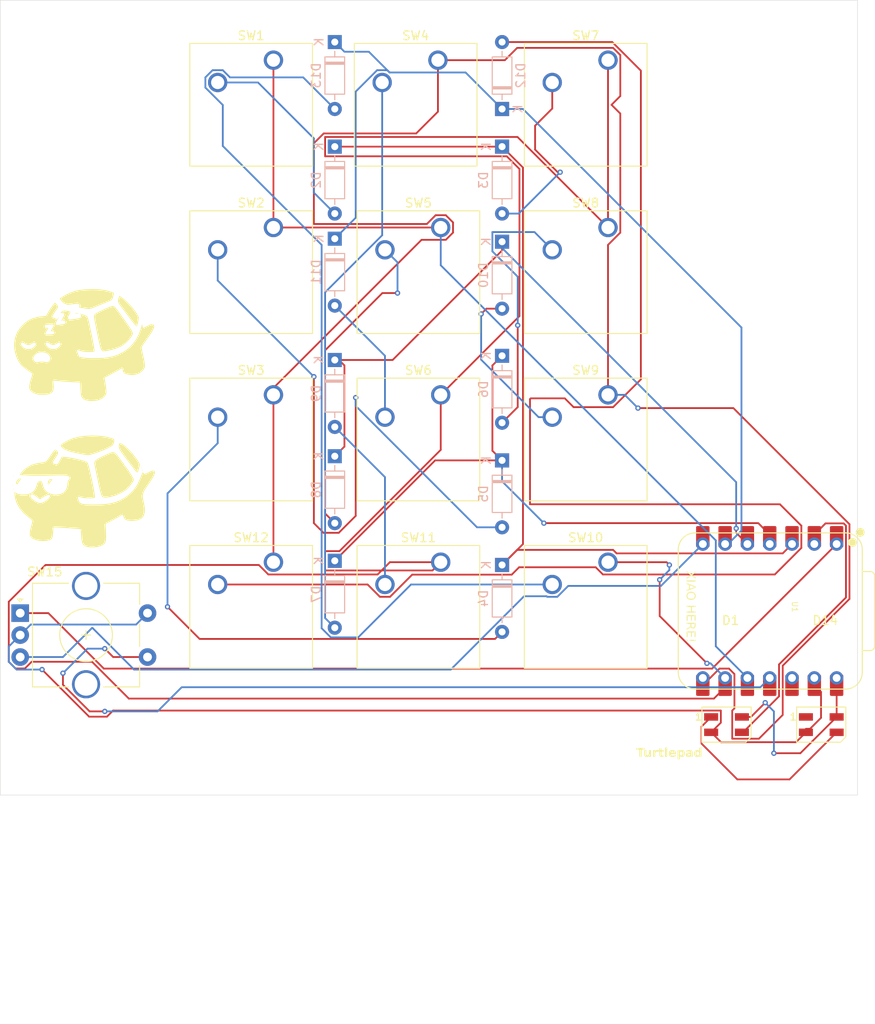
<source format=kicad_pcb>
(kicad_pcb (version 20240108) (generator "pcbnew") (generator_version "8.0")
  (layers (0 "F.Cu" signal) (31 "B.Cu" signal) (34 "B.Paste" user) (35 "F.Paste" user) (36 "B.SilkS" user "B.Silkscreen") (37 "F.SilkS" user "F.Silkscreen") (38 "B.Mask" user) (39 "F.Mask" user) (44 "Edge.Cuts" user))
  (net 0 "")
  (net 1 "Net-(D1-DOUT)")
  (net 2 "+5V")
  (net 3 "Net-(D1-DIN)")
  (net 4 "Net-(D2-K)")
  (net 5 "Net-(D2-A)")
  (net 6 "Net-(D3-A)")
  (net 7 "Net-(D4-A)")
  (net 8 "Net-(D5-A)")
  (net 9 "Net-(D5-K)")
  (net 10 "Net-(D6-A)")
  (net 11 "Net-(D7-A)")
  (net 12 "Net-(D8-A)")
  (net 13 "Net-(D10-K)")
  (net 14 "Net-(D9-A)")
  (net 15 "Net-(D10-A)")
  (net 16 "Net-(D11-A)")
  (net 17 "Net-(D11-K)")
  (net 18 "Net-(D12-A)")
  (net 19 "Net-(D13-A)")
  (net 21 "Net-(U1-GPIO4{slash}MISO)")
  (net 22 "Net-(U1-GPIO1{slash}RX)")
  (net 23 "Net-(U1-GPIO2{slash}SCK)")
  (net 24 "Net-(U1-GPIO26{slash}ADC0{slash}A0)")
  (net 25 "Net-(U1-GPIO3{slash}MOSI)")
  (net 26 "Net-(U1-GPIO0{slash}TX)")
  (net 28 "GND")
  (footprint "Button_Switch_Keyboard:SW_Cherry_MX_1.00u_PCB" (layer "F.Cu") (at 131.1275 68.73875)
    (property "Reference" "SW8" (at -2.54 -2.794 0) (layer "F.SilkS"))
    (property "Value" "SW_Push")
    (pad "" np_thru_hole circle (at -7.62 5.08) (size 1.7 1.7) (drill 1.7) (layers "*.Cu" "*.Mask"))
    (pad "" np_thru_hole circle (at -2.54 5.08) (size 4 4) (drill 4) (layers "*.Cu" "*.Mask"))
    (pad "" np_thru_hole circle (at 2.54 5.08) (size 1.7 1.7) (drill 1.7) (layers "*.Cu" "*.Mask"))
    (pad "1" thru_hole circle (at 0 0) (size 2.2 2.2) (drill 1.5) (layers "*.Cu" "*.Mask") (net 23 "Net-(U1-GPIO2{slash}SCK)"))
    (pad "2" thru_hole circle (at -6.35 2.54) (size 2.2 2.2) (drill 1.5) (layers "*.Cu" "*.Mask") (net 10 "Net-(D6-A)"))
  )
  (footprint "LED_SMD:LED_SK6812MINI_PLCC4_3.5x3.5mm_P1.75mm" (layer "F.Cu") (at 155.4125 125.33125)
    (property "Reference" "D14" (at 0.455 -11.8615 0) (layer "F.SilkS"))
    (property "Value" "SK6812MINI")
    (fp_text user "1" (at -3.2 -0.875 0) (layer "F.SilkS") (effects (font (size 0.8 0.8))))
    (pad "1" smd rect (at -1.75 -0.875) (size 1.6 0.85) (layers "F.Cu" "F.Paste" "F.Mask"))
    (pad "2" smd rect (at -1.75 0.875) (size 1.6 0.85) (layers "F.Cu" "F.Paste" "F.Mask") (net 28 "GND"))
    (pad "3" smd rect (at 1.75 0.875) (size 1.6 0.85) (layers "F.Cu" "F.Paste" "F.Mask") (net 1 "Net-(D1-DOUT)"))
    (pad "4" smd rect (at 1.75 -0.875) (size 1.6 0.85) (layers "F.Cu" "F.Paste" "F.Mask") (net 2 "+5V"))
  )
  (footprint "Button_Switch_Keyboard:SW_Cherry_MX_1.00u_PCB" (layer "F.Cu") (at 93.0275 87.78875)
    (property "Reference" "SW3" (at -2.54 -2.794 0) (layer "F.SilkS"))
    (property "Value" "SW_Push")
    (pad "" np_thru_hole circle (at -7.62 5.08) (size 1.7 1.7) (drill 1.7) (layers "*.Cu" "*.Mask"))
    (pad "" np_thru_hole circle (at -2.54 5.08) (size 4 4) (drill 4) (layers "*.Cu" "*.Mask"))
    (pad "" np_thru_hole circle (at 2.54 5.08) (size 1.7 1.7) (drill 1.7) (layers "*.Cu" "*.Mask"))
    (pad "1" thru_hole circle (at 0 0) (size 2.2 2.2) (drill 1.5) (layers "*.Cu" "*.Mask") (net 22 "Net-(U1-GPIO1{slash}RX)"))
    (pad "2" thru_hole circle (at -6.35 2.54) (size 2.2 2.2) (drill 1.5) (layers "*.Cu" "*.Mask") (net 7 "Net-(D4-A)"))
  )
  (footprint "Button_Switch_Keyboard:SW_Cherry_MX_1.00u_PCB" (layer "F.Cu") (at 93.0275 106.83875)
    (property "Reference" "SW12" (at -2.54 -2.794 0) (layer "F.SilkS"))
    (property "Value" "SW_Push")
    (pad "" np_thru_hole circle (at -7.62 5.08) (size 1.7 1.7) (drill 1.7) (layers "*.Cu" "*.Mask"))
    (pad "" np_thru_hole circle (at -2.54 5.08) (size 4 4) (drill 4) (layers "*.Cu" "*.Mask"))
    (pad "" np_thru_hole circle (at 2.54 5.08) (size 1.7 1.7) (drill 1.7) (layers "*.Cu" "*.Mask"))
    (pad "1" thru_hole circle (at 0 0) (size 2.2 2.2) (drill 1.5) (layers "*.Cu" "*.Mask") (net 22 "Net-(U1-GPIO1{slash}RX)"))
    (pad "2" thru_hole circle (at -6.35 2.54) (size 2.2 2.2) (drill 1.5) (layers "*.Cu" "*.Mask") (net 18 "Net-(D12-A)"))
  )
  (footprint "Button_Switch_Keyboard:SW_Cherry_MX_1.00u_PCB" (layer "F.Cu") (at 131.1275 106.83875)
    (property "Reference" "SW10" (at -2.54 -2.794 0) (layer "F.SilkS"))
    (property "Value" "SW_Push")
    (pad "" np_thru_hole circle (at -7.62 5.08) (size 1.7 1.7) (drill 1.7) (layers "*.Cu" "*.Mask"))
    (pad "" np_thru_hole circle (at -2.54 5.08) (size 4 4) (drill 4) (layers "*.Cu" "*.Mask"))
    (pad "" np_thru_hole circle (at 2.54 5.08) (size 1.7 1.7) (drill 1.7) (layers "*.Cu" "*.Mask"))
    (pad "1" thru_hole circle (at 0 0) (size 2.2 2.2) (drill 1.5) (layers "*.Cu" "*.Mask") (net 23 "Net-(U1-GPIO2{slash}SCK)"))
    (pad "2" thru_hole circle (at -6.35 2.54) (size 2.2 2.2) (drill 1.5) (layers "*.Cu" "*.Mask") (net 19 "Net-(D13-A)"))
  )
  (footprint "Button_Switch_Keyboard:SW_Cherry_MX_1.00u_PCB" (layer "F.Cu") (at 131.1275 49.68875)
    (property "Reference" "SW7" (at -2.54 -2.794 0) (layer "F.SilkS"))
    (property "Value" "SW_Push")
    (pad "" np_thru_hole circle (at -7.62 5.08) (size 1.7 1.7) (drill 1.7) (layers "*.Cu" "*.Mask"))
    (pad "" np_thru_hole circle (at -2.54 5.08) (size 4 4) (drill 4) (layers "*.Cu" "*.Mask"))
    (pad "" np_thru_hole circle (at 2.54 5.08) (size 1.7 1.7) (drill 1.7) (layers "*.Cu" "*.Mask"))
    (pad "1" thru_hole circle (at 0 0) (size 2.2 2.2) (drill 1.5) (layers "*.Cu" "*.Mask") (net 23 "Net-(U1-GPIO2{slash}SCK)"))
    (pad "2" thru_hole circle (at -6.35 2.54) (size 2.2 2.2) (drill 1.5) (layers "*.Cu" "*.Mask") (net 6 "Net-(D3-A)"))
  )
  (footprint "Button_Switch_Keyboard:SW_Cherry_MX_1.00u_PCB" (layer "F.Cu") (at 112.0775 68.73875)
    (property "Reference" "SW5" (at -2.54 -2.794 0) (layer "F.SilkS"))
    (property "Value" "SW_Push")
    (pad "" np_thru_hole circle (at -7.62 5.08) (size 1.7 1.7) (drill 1.7) (layers "*.Cu" "*.Mask"))
    (pad "" np_thru_hole circle (at -2.54 5.08) (size 4 4) (drill 4) (layers "*.Cu" "*.Mask"))
    (pad "" np_thru_hole circle (at 2.54 5.08) (size 1.7 1.7) (drill 1.7) (layers "*.Cu" "*.Mask"))
    (pad "1" thru_hole circle (at 0 0) (size 2.2 2.2) (drill 1.5) (layers "*.Cu" "*.Mask") (net 21 "Net-(U1-GPIO4{slash}MISO)"))
    (pad "2" thru_hole circle (at -6.35 2.54) (size 2.2 2.2) (drill 1.5) (layers "*.Cu" "*.Mask") (net 12 "Net-(D8-A)"))
  )
  (footprint "LOGO" (layer "F.Cu") (at 71.4375 97.63125)
    (property "Reference" "G***" (hide yes))
    (property "Value" "LOGO" (hide yes))
  )
  (footprint "tlibfootprint:XIAO-RP2040-DIP" (layer "F.Cu") (at 149.5425 112.395 -90)
    (property "Reference" "U1" (at -0.47625 -2.8575 -90) (layer "F.SilkS") (effects (font (size 0.635 0.635) (thickness 0.1016))))
    (property "Value" "XIAO-RP2040-DIP")
    (pad "1" smd roundrect (at -8.455 -7.62 90) (size 2.432 1.524) (layers "F.Cu" "F.Mask") (roundrect_rratio 0.1) (net 24 "Net-(U1-GPIO26{slash}ADC0{slash}A0)"))
    (pad "1" thru_hole circle (at -7.62 -7.62 90) (size 1.524 1.524) (drill 0.889) (layers "*.Cu" "*.Mask") (net 24 "Net-(U1-GPIO26{slash}ADC0{slash}A0)"))
    (pad "2" smd roundrect (at -8.455 -5.08 90) (size 2.432 1.524) (layers "F.Cu" "F.Mask") (roundrect_rratio 0.1) (net 3 "Net-(D1-DIN)"))
    (pad "2" thru_hole circle (at -7.62 -5.08 90) (size 1.524 1.524) (drill 0.889) (layers "*.Cu" "*.Mask") (net 3 "Net-(D1-DIN)"))
    (pad "3" smd roundrect (at -8.455 -2.54 90) (size 2.432 1.524) (layers "F.Cu" "F.Mask") (roundrect_rratio 0.1) (net 4 "Net-(D2-K)"))
    (pad "3" thru_hole circle (at -7.62 -2.54 90) (size 1.524 1.524) (drill 0.889) (layers "*.Cu" "*.Mask") (net 4 "Net-(D2-K)"))
    (pad "4" smd roundrect (at -8.455 0 90) (size 2.432 1.524) (layers "F.Cu" "F.Mask") (roundrect_rratio 0.1) (net 9 "Net-(D5-K)"))
    (pad "4" thru_hole circle (at -7.62 0 90) (size 1.524 1.524) (drill 0.889) (layers "*.Cu" "*.Mask") (net 9 "Net-(D5-K)"))
    (pad "5" smd roundrect (at -8.455 2.54 90) (size 2.432 1.524) (layers "F.Cu" "F.Mask") (roundrect_rratio 0.1) (net 13 "Net-(D10-K)"))
    (pad "5" thru_hole circle (at -7.62 2.54 90) (size 1.524 1.524) (drill 0.889) (layers "*.Cu" "*.Mask") (net 13 "Net-(D10-K)"))
    (pad "6" smd roundrect (at -8.455 5.08 90) (size 2.432 1.524) (layers "F.Cu" "F.Mask") (roundrect_rratio 0.1) (net 17 "Net-(D11-K)"))
    (pad "6" thru_hole circle (at -7.62 5.08 90) (size 1.524 1.524) (drill 0.889) (layers "*.Cu" "*.Mask") (net 17 "Net-(D11-K)"))
    (pad "7" smd roundrect (at -8.455 7.62 90) (size 2.432 1.524) (layers "F.Cu" "F.Mask") (roundrect_rratio 0.1) (net 26 "Net-(U1-GPIO0{slash}TX)"))
    (pad "7" thru_hole circle (at -7.62 7.62 90) (size 1.524 1.524) (drill 0.889) (layers "*.Cu" "*.Mask") (net 26 "Net-(U1-GPIO0{slash}TX)"))
    (pad "8" thru_hole circle (at 7.62 7.62 270) (size 1.524 1.524) (drill 0.889) (layers "*.Cu" "*.Mask") (net 22 "Net-(U1-GPIO1{slash}RX)"))
    (pad "8" smd roundrect (at 8.455 7.62 270) (size 2.432 1.524) (layers "F.Cu" "F.Mask") (roundrect_rratio 0.1) (net 22 "Net-(U1-GPIO1{slash}RX)"))
    (pad "9" thru_hole circle (at 7.62 5.08 270) (size 1.524 1.524) (drill 0.889) (layers "*.Cu" "*.Mask") (net 23 "Net-(U1-GPIO2{slash}SCK)"))
    (pad "9" smd roundrect (at 8.455 5.08 270) (size 2.432 1.524) (layers "F.Cu" "F.Mask") (roundrect_rratio 0.1) (net 23 "Net-(U1-GPIO2{slash}SCK)"))
    (pad "10" thru_hole circle (at 7.62 2.54 270) (size 1.524 1.524) (drill 0.889) (layers "*.Cu" "*.Mask") (net 21 "Net-(U1-GPIO4{slash}MISO)"))
    (pad "10" smd roundrect (at 8.455 2.54 270) (size 2.432 1.524) (layers "F.Cu" "F.Mask") (roundrect_rratio 0.1) (net 21 "Net-(U1-GPIO4{slash}MISO)"))
    (pad "11" thru_hole circle (at 7.62 0 270) (size 1.524 1.524) (drill 0.889) (layers "*.Cu" "*.Mask") (net 25 "Net-(U1-GPIO3{slash}MOSI)"))
    (pad "11" smd roundrect (at 8.455 0 270) (size 2.432 1.524) (layers "F.Cu" "F.Mask") (roundrect_rratio 0.1) (net 25 "Net-(U1-GPIO3{slash}MOSI)"))
    (pad "12" thru_hole circle (at 7.62 -2.54 270) (size 1.524 1.524) (drill 0.889) (layers "*.Cu" "*.Mask"))
    (pad "12" smd roundrect (at 8.455 -2.54 270) (size 2.432 1.524) (layers "F.Cu" "F.Mask") (roundrect_rratio 0.1))
    (pad "13" thru_hole circle (at 7.62 -5.08 270) (size 1.524 1.524) (drill 0.889) (layers "*.Cu" "*.Mask") (net 28 "GND"))
    (pad "13" smd roundrect (at 8.455 -5.08 270) (size 2.432 1.524) (layers "F.Cu" "F.Mask") (roundrect_rratio 0.1) (net 28 "GND"))
    (pad "14" thru_hole circle (at 7.62 -7.62 270) (size 1.524 1.524) (drill 0.889) (layers "*.Cu" "*.Mask") (net 2 "+5V"))
    (pad "14" smd roundrect (at 8.455 -7.62 270) (size 2.432 1.524) (layers "F.Cu" "F.Mask") (roundrect_rratio 0.1) (net 2 "+5V"))
  )
  (footprint "Button_Switch_Keyboard:SW_Cherry_MX_1.00u_PCB" (layer "F.Cu") (at 111.76 49.68875)
    (property "Reference" "SW4" (at -2.54 -2.794 0) (layer "F.SilkS"))
    (property "Value" "SW_Push")
    (pad "" np_thru_hole circle (at -7.62 5.08) (size 1.7 1.7) (drill 1.7) (layers "*.Cu" "*.Mask"))
    (pad "" np_thru_hole circle (at -2.54 5.08) (size 4 4) (drill 4) (layers "*.Cu" "*.Mask"))
    (pad "" np_thru_hole circle (at 2.54 5.08) (size 1.7 1.7) (drill 1.7) (layers "*.Cu" "*.Mask"))
    (pad "1" thru_hole circle (at 0 0) (size 2.2 2.2) (drill 1.5) (layers "*.Cu" "*.Mask") (net 22 "Net-(U1-GPIO1{slash}RX)"))
    (pad "2" thru_hole circle (at -6.35 2.54) (size 2.2 2.2) (drill 1.5) (layers "*.Cu" "*.Mask") (net 11 "Net-(D7-A)"))
  )
  (footprint "Button_Switch_Keyboard:SW_Cherry_MX_1.00u_PCB" (layer "F.Cu") (at 112.0775 106.83875)
    (property "Reference" "SW11" (at -2.54 -2.794 0) (layer "F.SilkS"))
    (property "Value" "SW_Push")
    (pad "" np_thru_hole circle (at -7.62 5.08) (size 1.7 1.7) (drill 1.7) (layers "*.Cu" "*.Mask"))
    (pad "" np_thru_hole circle (at -2.54 5.08) (size 4 4) (drill 4) (layers "*.Cu" "*.Mask"))
    (pad "" np_thru_hole circle (at 2.54 5.08) (size 1.7 1.7) (drill 1.7) (layers "*.Cu" "*.Mask"))
    (pad "1" thru_hole circle (at 0 0) (size 2.2 2.2) (drill 1.5) (layers "*.Cu" "*.Mask") (net 23 "Net-(U1-GPIO2{slash}SCK)"))
    (pad "2" thru_hole circle (at -6.35 2.54) (size 2.2 2.2) (drill 1.5) (layers "*.Cu" "*.Mask") (net 14 "Net-(D9-A)"))
  )
  (footprint "Button_Switch_Keyboard:SW_Cherry_MX_1.00u_PCB" (layer "F.Cu") (at 131.1275 87.78875)
    (property "Reference" "SW9" (at -2.54 -2.794 0) (layer "F.SilkS"))
    (property "Value" "SW_Push")
    (pad "" np_thru_hole circle (at -7.62 5.08) (size 1.7 1.7) (drill 1.7) (layers "*.Cu" "*.Mask"))
    (pad "" np_thru_hole circle (at -2.54 5.08) (size 4 4) (drill 4) (layers "*.Cu" "*.Mask"))
    (pad "" np_thru_hole circle (at 2.54 5.08) (size 1.7 1.7) (drill 1.7) (layers "*.Cu" "*.Mask"))
    (pad "1" thru_hole circle (at 0 0) (size 2.2 2.2) (drill 1.5) (layers "*.Cu" "*.Mask") (net 22 "Net-(U1-GPIO1{slash}RX)"))
    (pad "2" thru_hole circle (at -6.35 2.54) (size 2.2 2.2) (drill 1.5) (layers "*.Cu" "*.Mask") (net 15 "Net-(D10-A)"))
  )
  (footprint "Button_Switch_Keyboard:SW_Cherry_MX_1.00u_PCB" (layer "F.Cu") (at 93.0275 49.68875)
    (property "Reference" "SW1" (at -2.54 -2.794 0) (layer "F.SilkS"))
    (property "Value" "SW_Push")
    (pad "" np_thru_hole circle (at -7.62 5.08) (size 1.7 1.7) (drill 1.7) (layers "*.Cu" "*.Mask"))
    (pad "" np_thru_hole circle (at -2.54 5.08) (size 4 4) (drill 4) (layers "*.Cu" "*.Mask"))
    (pad "" np_thru_hole circle (at 2.54 5.08) (size 1.7 1.7) (drill 1.7) (layers "*.Cu" "*.Mask"))
    (pad "1" thru_hole circle (at 0 0) (size 2.2 2.2) (drill 1.5) (layers "*.Cu" "*.Mask") (net 21 "Net-(U1-GPIO4{slash}MISO)"))
    (pad "2" thru_hole circle (at -6.35 2.54) (size 2.2 2.2) (drill 1.5) (layers "*.Cu" "*.Mask") (net 5 "Net-(D2-A)"))
  )
  (footprint "LOGO" (layer "F.Cu") (at 71.4375 80.9625)
    (property "Reference" "G***" (hide yes))
    (property "Value" "LOGO" (hide yes))
  )
  (footprint "Button_Switch_Keyboard:SW_Cherry_MX_1.00u_PCB" (layer "F.Cu") (at 112.0775 87.78875)
    (property "Reference" "SW6" (at -2.54 -2.794 0) (layer "F.SilkS"))
    (property "Value" "SW_Push")
    (pad "" np_thru_hole circle (at -7.62 5.08) (size 1.7 1.7) (drill 1.7) (layers "*.Cu" "*.Mask"))
    (pad "" np_thru_hole circle (at -2.54 5.08) (size 4 4) (drill 4) (layers "*.Cu" "*.Mask"))
    (pad "" np_thru_hole circle (at 2.54 5.08) (size 1.7 1.7) (drill 1.7) (layers "*.Cu" "*.Mask"))
    (pad "1" thru_hole circle (at 0 0) (size 2.2 2.2) (drill 1.5) (layers "*.Cu" "*.Mask") (net 23 "Net-(U1-GPIO2{slash}SCK)"))
    (pad "2" thru_hole circle (at -6.35 2.54) (size 2.2 2.2) (drill 1.5) (layers "*.Cu" "*.Mask") (net 16 "Net-(D11-A)"))
  )
  (footprint "Button_Switch_Keyboard:SW_Cherry_MX_1.00u_PCB" (layer "F.Cu") (at 93.0275 68.73875)
    (property "Reference" "SW2" (at -2.54 -2.794 0) (layer "F.SilkS"))
    (property "Value" "SW_Push")
    (pad "" np_thru_hole circle (at -7.62 5.08) (size 1.7 1.7) (drill 1.7) (layers "*.Cu" "*.Mask"))
    (pad "" np_thru_hole circle (at -2.54 5.08) (size 4 4) (drill 4) (layers "*.Cu" "*.Mask"))
    (pad "" np_thru_hole circle (at 2.54 5.08) (size 1.7 1.7) (drill 1.7) (layers "*.Cu" "*.Mask"))
    (pad "1" thru_hole circle (at 0 0) (size 2.2 2.2) (drill 1.5) (layers "*.Cu" "*.Mask") (net 21 "Net-(U1-GPIO4{slash}MISO)"))
    (pad "2" thru_hole circle (at -6.35 2.54) (size 2.2 2.2) (drill 1.5) (layers "*.Cu" "*.Mask") (net 8 "Net-(D5-A)"))
  )
  (footprint "Rotary_Encoder:RotaryEncoder_Alps_EC11E-Switch_Vertical_H20mm_CircularMountingHoles" (layer "F.Cu") (at 64.1875 112.6375)
    (property "Reference" "SW15" (at 2.8 -4.7 0) (layer "F.SilkS"))
    (property "Value" "RotaryEncoder_Switch")
    (pad "A" thru_hole rect (at 0 0) (size 2 2) (drill 1) (layers "*.Cu" "*.Mask") (net 24 "Net-(U1-GPIO26{slash}ADC0{slash}A0)"))
    (pad "B" thru_hole circle (at 0 5) (size 2 2) (drill 1) (layers "*.Cu" "*.Mask") (net 26 "Net-(U1-GPIO0{slash}TX)"))
    (pad "C" thru_hole circle (at 0 2.5) (size 2 2) (drill 1) (layers "*.Cu" "*.Mask") (net 28 "GND"))
    (pad "MP" thru_hole circle (at 7.5 -3.1) (size 3.2 3.2) (drill 2.6) (layers "*.Cu" "*.Mask"))
    (pad "MP" thru_hole circle (at 7.5 8.1) (size 3.2 3.2) (drill 2.6) (layers "*.Cu" "*.Mask"))
    (pad "S1" thru_hole circle (at 14.5 5) (size 2 2) (drill 1) (layers "*.Cu" "*.Mask") (net 25 "Net-(U1-GPIO3{slash}MOSI)"))
    (pad "S2" thru_hole circle (at 14.5 0) (size 2 2) (drill 1) (layers "*.Cu" "*.Mask") (net 28 "GND"))
  )
  (footprint "LED_SMD:LED_SK6812MINI_PLCC4_3.5x3.5mm_P1.75mm" (layer "F.Cu") (at 144.625 125.33125)
    (property "Reference" "D1" (at 0.455 -11.8615 0) (layer "F.SilkS"))
    (property "Value" "SK6812MINI")
    (fp_text user "1" (at -3.2 -0.875 0) (layer "F.SilkS") (effects (font (size 0.8 0.8))))
    (pad "1" smd rect (at -1.75 -0.875) (size 1.6 0.85) (layers "F.Cu" "F.Paste" "F.Mask") (net 1 "Net-(D1-DOUT)"))
    (pad "2" smd rect (at -1.75 0.875) (size 1.6 0.85) (layers "F.Cu" "F.Paste" "F.Mask") (net 28 "GND"))
    (pad "3" smd rect (at 1.75 0.875) (size 1.6 0.85) (layers "F.Cu" "F.Paste" "F.Mask") (net 3 "Net-(D1-DIN)"))
    (pad "4" smd rect (at 1.75 -0.875) (size 1.6 0.85) (layers "F.Cu" "F.Paste" "F.Mask") (net 2 "+5V"))
  )
  (footprint "Diode_THT:D_DO-35_SOD27_P7.62mm_Horizontal" (layer "B.Cu") (at 100.0125 83.82 -90)
    (property "Reference" "D9" (at 3.81 2.12 90) (layer "B.SilkS") (effects (justify mirror)))
    (property "Value" "D")
    (fp_text user "K" (at 0 1.8 90) (layer "B.SilkS") (effects (justify mirror)))
    (pad "1" thru_hole rect (at 0 0 270) (size 1.6 1.6) (drill 0.8) (layers "*.Cu" "*.Mask") (net 13 "Net-(D10-K)"))
    (pad "2" thru_hole oval (at 7.62 0 270) (size 1.6 1.6) (drill 0.8) (layers "*.Cu" "*.Mask") (net 14 "Net-(D9-A)"))
  )
  (footprint "Diode_THT:D_DO-35_SOD27_P7.62mm_Horizontal" (layer "B.Cu") (at 100.0125 70.00875 -90)
    (property "Reference" "D11" (at 3.81 2.12 90) (layer "B.SilkS") (effects (justify mirror)))
    (property "Value" "D")
    (fp_text user "K" (at 0 1.8 90) (layer "B.SilkS") (effects (justify mirror)))
    (pad "1" thru_hole rect (at 0 0 270) (size 1.6 1.6) (drill 0.8) (layers "*.Cu" "*.Mask") (net 17 "Net-(D11-K)"))
    (pad "2" thru_hole oval (at 7.62 0 270) (size 1.6 1.6) (drill 0.8) (layers "*.Cu" "*.Mask") (net 16 "Net-(D11-A)"))
  )
  (footprint "Diode_THT:D_DO-35_SOD27_P7.62mm_Horizontal" (layer "B.Cu") (at 119.0625 59.53125 -90)
    (property "Reference" "D3" (at 3.81 2.12 90) (layer "B.SilkS") (effects (justify mirror)))
    (property "Value" "D")
    (fp_text user "K" (at 0 1.8 90) (layer "B.SilkS") (effects (justify mirror)))
    (pad "1" thru_hole rect (at 0 0 270) (size 1.6 1.6) (drill 0.8) (layers "*.Cu" "*.Mask") (net 4 "Net-(D2-K)"))
    (pad "2" thru_hole oval (at 7.62 0 270) (size 1.6 1.6) (drill 0.8) (layers "*.Cu" "*.Mask") (net 6 "Net-(D3-A)"))
  )
  (footprint "Diode_THT:D_DO-35_SOD27_P7.62mm_Horizontal" (layer "B.Cu") (at 100.0125 106.68 -90)
    (property "Reference" "D7" (at 3.81 2.12 90) (layer "B.SilkS") (effects (justify mirror)))
    (property "Value" "D")
    (fp_text user "K" (at 0 1.8 90) (layer "B.SilkS") (effects (justify mirror)))
    (pad "1" thru_hole rect (at 0 0 270) (size 1.6 1.6) (drill 0.8) (layers "*.Cu" "*.Mask") (net 9 "Net-(D5-K)"))
    (pad "2" thru_hole oval (at 7.62 0 270) (size 1.6 1.6) (drill 0.8) (layers "*.Cu" "*.Mask") (net 11 "Net-(D7-A)"))
  )
  (footprint "Diode_THT:D_DO-35_SOD27_P7.62mm_Horizontal" (layer "B.Cu") (at 119.0625 83.34375 -90)
    (property "Reference" "D6" (at 3.81 2.12 90) (layer "B.SilkS") (effects (justify mirror)))
    (property "Value" "D")
    (fp_text user "K" (at 0 1.8 90) (layer "B.SilkS") (effects (justify mirror)))
    (pad "1" thru_hole rect (at 0 0 270) (size 1.6 1.6) (drill 0.8) (layers "*.Cu" "*.Mask") (net 9 "Net-(D5-K)"))
    (pad "2" thru_hole oval (at 7.62 0 270) (size 1.6 1.6) (drill 0.8) (layers "*.Cu" "*.Mask") (net 10 "Net-(D6-A)"))
  )
  (footprint "Diode_THT:D_DO-35_SOD27_P7.62mm_Horizontal" (layer "B.Cu") (at 119.0625 55.245 90)
    (property "Reference" "D12" (at 3.81 2.12 90) (layer "B.SilkS") (effects (justify mirror)))
    (property "Value" "D")
    (fp_text user "K" (at 0 1.8 90) (layer "B.SilkS") (effects (justify mirror)))
    (pad "1" thru_hole rect (at 0 0 90) (size 1.6 1.6) (drill 0.8) (layers "*.Cu" "*.Mask") (net 17 "Net-(D11-K)"))
    (pad "2" thru_hole oval (at 7.62 0 90) (size 1.6 1.6) (drill 0.8) (layers "*.Cu" "*.Mask") (net 18 "Net-(D12-A)"))
  )
  (footprint "Diode_THT:D_DO-35_SOD27_P7.62mm_Horizontal" (layer "B.Cu") (at 119.0625 70.35625 -90)
    (property "Reference" "D10" (at 3.81 2.12 90) (layer "B.SilkS") (effects (justify mirror)))
    (property "Value" "D")
    (fp_text user "K" (at 0 1.8 90) (layer "B.SilkS") (effects (justify mirror)))
    (pad "1" thru_hole rect (at 0 0 270) (size 1.6 1.6) (drill 0.8) (layers "*.Cu" "*.Mask") (net 13 "Net-(D10-K)"))
    (pad "2" thru_hole oval (at 7.62 0 270) (size 1.6 1.6) (drill 0.8) (layers "*.Cu" "*.Mask") (net 15 "Net-(D10-A)"))
  )
  (footprint "Diode_THT:D_DO-35_SOD27_P7.62mm_Horizontal" (layer "B.Cu") (at 100.0125 94.77375 -90)
    (property "Reference" "D8" (at 3.81 2.12 90) (layer "B.SilkS") (effects (justify mirror)))
    (property "Value" "D")
    (fp_text user "K" (at 0 1.8 90) (layer "B.SilkS") (effects (justify mirror)))
    (pad "1" thru_hole rect (at 0 0 270) (size 1.6 1.6) (drill 0.8) (layers "*.Cu" "*.Mask") (net 13 "Net-(D10-K)"))
    (pad "2" thru_hole oval (at 7.62 0 270) (size 1.6 1.6) (drill 0.8) (layers "*.Cu" "*.Mask") (net 12 "Net-(D8-A)"))
  )
  (footprint "Diode_THT:D_DO-35_SOD27_P7.62mm_Horizontal" (layer "B.Cu") (at 119.0625 107.15625 -90)
    (property "Reference" "D4" (at 3.81 2.12 90) (layer "B.SilkS") (effects (justify mirror)))
    (property "Value" "D")
    (fp_text user "K" (at 0 1.8 90) (layer "B.SilkS") (effects (justify mirror)))
    (pad "1" thru_hole rect (at 0 0 270) (size 1.6 1.6) (drill 0.8) (layers "*.Cu" "*.Mask") (net 4 "Net-(D2-K)"))
    (pad "2" thru_hole oval (at 7.62 0 270) (size 1.6 1.6) (drill 0.8) (layers "*.Cu" "*.Mask") (net 7 "Net-(D4-A)"))
  )
  (footprint "Diode_THT:D_DO-35_SOD27_P7.62mm_Horizontal" (layer "B.Cu") (at 119.0625 95.25 -90)
    (property "Reference" "D5" (at 3.81 2.12 90) (layer "B.SilkS") (effects (justify mirror)))
    (property "Value" "D")
    (fp_text user "K" (at 0 1.8 90) (layer "B.SilkS") (effects (justify mirror)))
    (pad "1" thru_hole rect (at 0 0 270) (size 1.6 1.6) (drill 0.8) (layers "*.Cu" "*.Mask") (net 9 "Net-(D5-K)"))
    (pad "2" thru_hole oval (at 7.62 0 270) (size 1.6 1.6) (drill 0.8) (layers "*.Cu" "*.Mask") (net 8 "Net-(D5-A)"))
  )
  (footprint "Diode_THT:D_DO-35_SOD27_P7.62mm_Horizontal" (layer "B.Cu") (at 100.0125 47.625 -90)
    (property "Reference" "D13" (at 3.81 2.12 90) (layer "B.SilkS") (effects (justify mirror)))
    (property "Value" "D")
    (fp_text user "K" (at 0 1.8 90) (layer "B.SilkS") (effects (justify mirror)))
    (pad "1" thru_hole rect (at 0 0 270) (size 1.6 1.6) (drill 0.8) (layers "*.Cu" "*.Mask") (net 17 "Net-(D11-K)"))
    (pad "2" thru_hole oval (at 7.62 0 270) (size 1.6 1.6) (drill 0.8) (layers "*.Cu" "*.Mask") (net 19 "Net-(D13-A)"))
  )
  (footprint "Diode_THT:D_DO-35_SOD27_P7.62mm_Horizontal" (layer "B.Cu") (at 100.0125 59.53125 -90)
    (property "Reference" "D2" (at 3.81 2.12 90) (layer "B.SilkS") (effects (justify mirror)))
    (property "Value" "D")
    (fp_text user "K" (at 0 1.8 90) (layer "B.SilkS") (effects (justify mirror)))
    (pad "1" thru_hole rect (at 0 0 270) (size 1.6 1.6) (drill 0.8) (layers "*.Cu" "*.Mask") (net 4 "Net-(D2-K)"))
    (pad "2" thru_hole oval (at 7.62 0 270) (size 1.6 1.6) (drill 0.8) (layers "*.Cu" "*.Mask") (net 5 "Net-(D2-A)"))
  )
  (gr_rect (start 61.9125 42.8625) (end 159.54375 133.35) (stroke (width 0.05)) (fill none) (layer "Edge.Cuts"))
  (gr_text "Turtlepad" (at 138.1125 128.5875 0) (layer "F.SilkS") (effects (font (size 1 1) (thickness 0.1))))
  (gr_text "XIAO HERE!" (at 140.49375 111.91875 -90) (layer "F.SilkS") (effects (font (size 1 1) (thickness 0.1))))
  (segment (start 141.775 127.4875) (end 141.775 125.55625) (width 0.2) (layer "F.Cu") (net 1))
  (segment (start 145.85625 131.56875) (end 141.775 127.4875) (width 0.2) (layer "F.Cu") (net 1))
  (segment (start 157.1625 126.20625) (end 151.8 131.56875) (width 0.2) (layer "F.Cu") (net 1))
  (segment (start 141.775 125.55625) (end 142.875 124.45625) (width 0.2) (layer "F.Cu") (net 1))
  (segment (start 151.8 131.56875) (end 145.85625 131.56875) (width 0.2) (layer "F.Cu") (net 1))
  (segment (start 157.1625 120.015) (end 157.1625 124.45625) (width 0.2) (layer "F.Cu") (net 2))
  (segment (start 157.1625 124.45625) (end 153.03125 128.5875) (width 0.2) (layer "F.Cu") (net 2))
  (segment (start 146.375 124.45625) (end 147.404934 124.45625) (width 0.2) (layer "F.Cu") (net 2))
  (segment (start 147.404934 124.45625) (end 149.027467 122.833717) (width 0.2) (layer "F.Cu") (net 2))
  (segment (start 153.03125 128.5875) (end 150.01875 128.5875) (width 0.2) (layer "F.Cu") (net 2))
  (via (at 149.027467 122.833717) (size 0.6) (drill 0.3) (layers "F.Cu" "B.Cu") (net 2))
  (via (at 150.01875 128.5875) (size 0.6) (drill 0.3) (layers "F.Cu" "B.Cu") (net 2))
  (segment (start 150.01875 128.5875) (end 150.01875 123.825) (width 0.2) (layer "B.Cu") (net 2))
  (segment (start 150.01875 123.825) (end 149.027467 122.833717) (width 0.2) (layer "B.Cu") (net 2))
  (segment (start 154.6225 104.775) (end 154.6225 103.69737) (width 0.2) (layer "F.Cu") (net 3))
  (segment (start 158.2245 102.684786) (end 158.2245 110.85675) (width 0.2) (layer "F.Cu") (net 3))
  (segment (start 150.6045 118.47675) (end 150.6045 122.105214) (width 0.2) (layer "F.Cu") (net 3))
  (segment (start 150.6045 122.105214) (end 146.503464 126.20625) (width 0.2) (layer "F.Cu") (net 3))
  (segment (start 154.6225 103.69737) (end 155.89587 102.424) (width 0.2) (layer "F.Cu") (net 3))
  (segment (start 157.963714 102.424) (end 158.2245 102.684786) (width 0.2) (layer "F.Cu") (net 3))
  (segment (start 155.89587 102.424) (end 157.963714 102.424) (width 0.2) (layer "F.Cu") (net 3))
  (segment (start 146.503464 126.20625) (end 146.375 126.20625) (width 0.2) (layer "F.Cu") (net 3))
  (segment (start 158.2245 110.85675) (end 150.6045 118.47675) (width 0.2) (layer "F.Cu") (net 3))
  (segment (start 152.0825 104.775) (end 151.0205 105.837) (width 0.2) (layer "F.Cu") (net 4))
  (segment (start 132.105649 105.837) (end 131.707399 105.43875) (width 0.2) (layer "F.Cu") (net 4))
  (segment (start 151.0205 105.837) (end 132.105649 105.837) (width 0.2) (layer "F.Cu") (net 4))
  (segment (start 121.44375 61.9125) (end 119.0625 59.53125) (width 0.2) (layer "F.Cu") (net 4))
  (segment (start 131.707399 105.43875) (end 120.78 105.43875) (width 0.2) (layer "F.Cu") (net 4))
  (segment (start 119.0625 107.15625) (end 121.44375 104.775) (width 0.2) (layer "F.Cu") (net 4))
  (segment (start 119.0625 59.53125) (end 100.0125 59.53125) (width 0.2) (layer "F.Cu") (net 4))
  (segment (start 120.78 105.43875) (end 119.0625 107.15625) (width 0.2) (layer "F.Cu") (net 4))
  (segment (start 121.44375 104.775) (end 121.44375 61.9125) (width 0.2) (layer "F.Cu") (net 4))
  (segment (start 97.63125 58.589098) (end 97.63125 64.77) (width 0.2) (layer "B.Cu") (net 5))
  (segment (start 91.270902 52.22875) (end 97.63125 58.589098) (width 0.2) (layer "B.Cu") (net 5))
  (segment (start 97.63125 64.77) (end 100.0125 67.15125) (width 0.2) (layer "B.Cu") (net 5))
  (segment (start 86.6775 52.22875) (end 91.270902 52.22875) (width 0.2) (layer "B.Cu") (net 5))
  (segment (start 124.7775 55.195806) (end 122.823306 57.15) (width 0.2) (layer "F.Cu") (net 6))
  (segment (start 122.823306 59.86887) (end 125.536593 62.582157) (width 0.2) (layer "F.Cu") (net 6))
  (segment (start 124.7775 52.22875) (end 124.7775 55.195806) (width 0.2) (layer "F.Cu") (net 6))
  (segment (start 122.823306 57.15) (end 122.823306 59.86887) (width 0.2) (layer "F.Cu") (net 6))
  (segment (start 125.536593 62.582157) (end 125.678015 62.440735) (width 0.2) (layer "F.Cu") (net 6))
  (via (at 125.678015 62.440735) (size 0.6) (drill 0.3) (layers "F.Cu" "B.Cu") (net 6))
  (segment (start 125.678015 62.440735) (end 120.9675 67.15125) (width 0.2) (layer "B.Cu") (net 6))
  (segment (start 120.9675 67.15125) (end 119.0625 67.15125) (width 0.2) (layer "B.Cu") (net 6))
  (segment (start 119.0625 114.77625) (end 118.262501 115.576249) (width 0.2) (layer "F.Cu") (net 7))
  (segment (start 84.619999 115.576249) (end 80.9625 111.91875) (width 0.2) (layer "F.Cu") (net 7))
  (segment (start 118.262501 115.576249) (end 84.619999 115.576249) (width 0.2) (layer "F.Cu") (net 7))
  (via (at 80.9625 111.91875) (size 0.6) (drill 0.3) (layers "F.Cu" "B.Cu") (net 7))
  (segment (start 86.6775 93.295806) (end 86.6775 90.32875) (width 0.2) (layer "B.Cu") (net 7))
  (segment (start 80.9625 111.91875) (end 80.9625 99.010806) (width 0.2) (layer "B.Cu") (net 7))
  (segment (start 80.9625 99.010806) (end 86.6775 93.295806) (width 0.2) (layer "B.Cu") (net 7))
  (segment (start 102.39375 101.568135) (end 100.468135 103.49375) (width 0.2) (layer "F.Cu") (net 8))
  (segment (start 98.73125 103.49375) (end 97.63125 102.39375) (width 0.2) (layer "F.Cu") (net 8))
  (segment (start 100.468135 103.49375) (end 98.73125 103.49375) (width 0.2) (layer "F.Cu") (net 8))
  (segment (start 102.39375 88.10625) (end 102.39375 101.568135) (width 0.2) (layer "F.Cu") (net 8))
  (segment (start 97.63125 102.39375) (end 97.63125 85.725) (width 0.2) (layer "F.Cu") (net 8))
  (via (at 102.39375 88.10625) (size 0.6) (drill 0.3) (layers "F.Cu" "B.Cu") (net 8))
  (via (at 97.63125 85.725) (size 0.6) (drill 0.3) (layers "F.Cu" "B.Cu") (net 8))
  (segment (start 102.39375 89.048402) (end 102.39375 88.10625) (width 0.2) (layer "B.Cu") (net 8))
  (segment (start 119.0625 102.87) (end 116.215348 102.87) (width 0.2) (layer "B.Cu") (net 8))
  (segment (start 116.215348 102.87) (end 102.39375 89.048402) (width 0.2) (layer "B.Cu") (net 8))
  (segment (start 86.6775 74.77125) (end 86.6775 71.27875) (width 0.2) (layer "B.Cu") (net 8))
  (segment (start 97.63125 85.725) (end 86.6775 74.77125) (width 0.2) (layer "B.Cu") (net 8))
  (segment (start 149.5425 104.775) (end 149.5425 103.69737) (width 0.2) (layer "F.Cu") (net 9))
  (segment (start 148.23888 102.39375) (end 123.825 102.39375) (width 0.2) (layer "F.Cu") (net 9))
  (segment (start 117.9625 94.15) (end 117.9625 84.44375) (width 0.2) (layer "F.Cu") (net 9))
  (segment (start 119.0625 95.25) (end 111.4425 95.25) (width 0.2) (layer "F.Cu") (net 9))
  (segment (start 117.9625 84.44375) (end 119.0625 83.34375) (width 0.2) (layer "F.Cu") (net 9))
  (segment (start 111.4425 95.25) (end 100.0125 106.68) (width 0.2) (layer "F.Cu") (net 9))
  (segment (start 119.0625 95.25) (end 117.9625 94.15) (width 0.2) (layer "F.Cu") (net 9))
  (segment (start 149.5425 103.69737) (end 148.23888 102.39375) (width 0.2) (layer "F.Cu") (net 9))
  (via (at 123.825 102.39375) (size 0.6) (drill 0.3) (layers "F.Cu" "B.Cu") (net 9))
  (segment (start 119.0625 97.63125) (end 119.0625 95.25) (width 0.2) (layer "B.Cu") (net 9))
  (segment (start 123.825 102.39375) (end 119.0625 97.63125) (width 0.2) (layer "B.Cu") (net 9))
  (segment (start 120.84375 89.1825) (end 120.84375 79.871028) (width 0.2) (layer "F.Cu") (net 10))
  (segment (start 119.0625 90.96375) (end 120.84375 89.1825) (width 0.2) (layer "F.Cu") (net 10))
  (via (at 120.84375 79.871028) (size 0.6) (drill 0.3) (layers "F.Cu" "B.Cu") (net 10))
  (segment (start 122.755 69.25625) (end 124.7775 71.27875) (width 0.2) (layer "B.Cu") (net 10))
  (segment (start 117.9625 71.45625) (end 117.9625 69.25625) (width 0.2) (layer "B.Cu") (net 10))
  (segment (start 120.84375 74.3375) (end 117.9625 71.45625) (width 0.2) (layer "B.Cu") (net 10))
  (segment (start 120.84375 79.871028) (end 120.84375 74.3375) (width 0.2) (layer "B.Cu") (net 10))
  (segment (start 117.9625 69.25625) (end 122.755 69.25625) (width 0.2) (layer "B.Cu") (net 10))
  (segment (start 98.9125 76.113851) (end 98.9125 113.2) (width 0.2) (layer "B.Cu") (net 11))
  (segment (start 105.41 52.22875) (end 105.41 69.616351) (width 0.2) (layer "B.Cu") (net 11))
  (segment (start 98.9125 113.2) (end 100.0125 114.3) (width 0.2) (layer "B.Cu") (net 11))
  (segment (start 105.41 69.616351) (end 98.9125 76.113851) (width 0.2) (layer "B.Cu") (net 11))
  (segment (start 100.0125 102.39375) (end 98.9125 101.29375) (width 0.2) (layer "F.Cu") (net 12))
  (segment (start 98.9125 82.72) (end 105.4325 76.2) (width 0.2) (layer "F.Cu") (net 12))
  (segment (start 98.9125 101.29375) (end 98.9125 82.72) (width 0.2) (layer "F.Cu") (net 12))
  (segment (start 105.4325 76.2) (end 107.15625 76.2) (width 0.2) (layer "F.Cu") (net 12))
  (via (at 107.15625 76.2) (size 0.6) (drill 0.3) (layers "F.Cu" "B.Cu") (net 12))
  (segment (start 107.15625 72.7075) (end 105.7275 71.27875) (width 0.2) (layer "B.Cu") (net 12))
  (segment (start 107.15625 76.2) (end 107.15625 72.7075) (width 0.2) (layer "B.Cu") (net 12))
  (segment (start 147.0025 104.775) (end 147.0025 103.94) (width 0.2) (layer "F.Cu") (net 13))
  (segment (start 119.0625 70.35625) (end 119.0625 71.35625) (width 0.2) (layer "F.Cu") (net 13))
  (segment (start 145.7245 103.497) (end 145.7245 102.99375) (width 0.2) (layer "F.Cu") (net 13))
  (segment (start 147.0025 104.775) (end 145.7245 103.497) (width 0.2) (layer "F.Cu") (net 13))
  (segment (start 106.59875 83.82) (end 100.0125 83.82) (width 0.2) (layer "F.Cu") (net 13))
  (segment (start 100.0125 94.77375) (end 101.1125 93.67375) (width 0.2) (layer "F.Cu") (net 13))
  (segment (start 119.0625 71.35625) (end 106.59875 83.82) (width 0.2) (layer "F.Cu") (net 13))
  (segment (start 101.1125 84.44375) (end 100.0125 83.34375) (width 0.2) (layer "F.Cu") (net 13))
  (segment (start 101.1125 93.67375) (end 101.1125 84.44375) (width 0.2) (layer "F.Cu") (net 13))
  (via (at 145.7245 102.99375) (size 0.6) (drill 0.3) (layers "F.Cu" "B.Cu") (net 13))
  (segment (start 145.7245 97.732806) (end 119.0625 71.070806) (width 0.2) (layer "B.Cu") (net 13))
  (segment (start 145.7245 102.99375) (end 145.7245 97.732806) (width 0.2) (layer "B.Cu") (net 13))
  (segment (start 119.0625 71.070806) (end 119.0625 70.35625) (width 0.2) (layer "B.Cu") (net 13))
  (segment (start 105.7275 109.37875) (end 105.7275 97.155) (width 0.2) (layer "B.Cu") (net 14))
  (segment (start 105.7275 97.155) (end 100.0125 91.44) (width 0.2) (layer "B.Cu") (net 14))
  (segment (start 116.68125 78.58125) (end 117.28625 77.97625) (width 0.2) (layer "F.Cu") (net 15))
  (segment (start 117.28625 77.97625) (end 119.0625 77.97625) (width 0.2) (layer "F.Cu") (net 15))
  (via (at 116.68125 78.58125) (size 0.6) (drill 0.3) (layers "F.Cu" "B.Cu") (net 15))
  (segment (start 124.7775 90.32875) (end 123.221866 90.32875) (width 0.2) (layer "B.Cu") (net 15))
  (segment (start 116.68125 83.788134) (end 116.68125 78.58125) (width 0.2) (layer "B.Cu") (net 15))
  (segment (start 123.221866 90.32875) (end 116.68125 83.788134) (width 0.2) (layer "B.Cu") (net 15))
  (segment (start 105.7275 83.34375) (end 105.7275 90.32875) (width 0.2) (layer "B.Cu") (net 16))
  (segment (start 100.0125 77.62875) (end 105.7275 83.34375) (width 0.2) (layer "B.Cu") (net 16))
  (segment (start 146.3245 103.242279) (end 146.3245 80.12575) (width 0.2) (layer "B.Cu") (net 17))
  (segment (start 102.39375 53.265101) (end 102.39375 67.6275) (width 0.2) (layer "B.Cu") (net 17))
  (segment (start 114.90625 51.08875) (end 106.249899 51.08875) (width 0.2) (layer "B.Cu") (net 17))
  (segment (start 103.886149 48.725) (end 106.249899 51.08875) (width 0.2) (layer "B.Cu") (net 17))
  (segment (start 144.4625 104.775) (end 144.791779 104.775) (width 0.2) (layer "B.Cu") (net 17))
  (segment (start 104.830101 50.82875) (end 102.39375 53.265101) (width 0.2) (layer "B.Cu") (net 17))
  (segment (start 119.0625 55.245) (end 114.90625 51.08875) (width 0.2) (layer "B.Cu") (net 17))
  (segment (start 102.39375 67.6275) (end 100.0125 70.00875) (width 0.2) (layer "B.Cu") (net 17))
  (segment (start 146.3245 80.12575) (end 121.44375 55.245) (width 0.2) (layer "B.Cu") (net 17))
  (segment (start 105.989899 50.82875) (end 104.830101 50.82875) (width 0.2) (layer "B.Cu") (net 17))
  (segment (start 106.249899 51.08875) (end 105.989899 50.82875) (width 0.2) (layer "B.Cu") (net 17))
  (segment (start 121.44375 55.245) (end 119.0625 55.245) (width 0.2) (layer "B.Cu") (net 17))
  (segment (start 144.791779 104.775) (end 146.3245 103.242279) (width 0.2) (layer "B.Cu") (net 17))
  (segment (start 101.1125 48.725) (end 103.886149 48.725) (width 0.2) (layer "B.Cu") (net 17))
  (segment (start 100.0125 47.625) (end 101.1125 48.725) (width 0.2) (layer "B.Cu") (net 17))
  (segment (start 153.1445 102.684786) (end 150.706528 100.246814) (width 0.2) (layer "F.Cu") (net 18))
  (segment (start 150.706528 100.246814) (end 122.24375 100.246814) (width 0.2) (layer "F.Cu") (net 18))
  (segment (start 131.707399 89.18875) (end 134.8675 86.028649) (width 0.2) (layer "F.Cu") (net 18))
  (segment (start 106.307399 110.77875) (end 108.829899 108.25625) (width 0.2) (layer "F.Cu") (net 18))
  (segment (start 127.20625 89.18875) (end 131.707399 89.18875) (width 0.2) (layer "F.Cu") (net 18))
  (segment (start 86.6775 109.37875) (end 103.747601 109.37875) (width 0.2) (layer "F.Cu") (net 18))
  (segment (start 134.8675 86.028649) (end 134.8675 50.883165) (width 0.2) (layer "F.Cu") (net 18))
  (segment (start 153.1445 105.214895) (end 153.1445 102.684786) (width 0.2) (layer "F.Cu") (net 18))
  (segment (start 150.120645 108.23875) (end 153.1445 105.214895) (width 0.2) (layer "F.Cu") (net 18))
  (segment (start 120.1625 108.25625) (end 121.000101 107.418649) (width 0.2) (layer "F.Cu") (net 18))
  (segment (start 134.8675 50.883165) (end 131.609335 47.625) (width 0.2) (layer "F.Cu") (net 18))
  (segment (start 122.24375 88.271936) (end 122.326936 88.18875) (width 0.2) (layer "F.Cu") (net 18))
  (segment (start 122.24375 100.246814) (end 122.24375 88.271936) (width 0.2) (layer "F.Cu") (net 18))
  (segment (start 105.147601 110.77875) (end 106.307399 110.77875) (width 0.2) (layer "F.Cu") (net 18))
  (segment (start 131.609335 47.625) (end 119.0625 47.625) (width 0.2) (layer "F.Cu") (net 18))
  (segment (start 108.829899 108.25625) (end 120.1625 108.25625) (width 0.2) (layer "F.Cu") (net 18))
  (segment (start 103.747601 109.37875) (end 105.147601 110.77875) (width 0.2) (layer "F.Cu") (net 18))
  (segment (start 122.326936 88.18875) (end 126.20625 88.18875) (width 0.2) (layer "F.Cu") (net 18))
  (segment (start 126.20625 88.18875) (end 127.20625 89.18875) (width 0.2) (layer "F.Cu") (net 18))
  (segment (start 130.547601 108.23875) (end 150.120645 108.23875) (width 0.2) (layer "F.Cu") (net 18))
  (segment (start 121.000101 107.418649) (end 129.7275 107.418649) (width 0.2) (layer "F.Cu") (net 18))
  (segment (start 129.7275 107.418649) (end 130.547601 108.23875) (width 0.2) (layer "F.Cu") (net 18))
  (segment (start 108.694556 109.37875) (end 124.7775 109.37875) (width 0.2) (layer "B.Cu") (net 19))
  (segment (start 99.556865 115.4) (end 102.673306 115.4) (width 0.2) (layer "B.Cu") (net 19))
  (segment (start 87.257399 54.788548) (end 87.257399 59.453649) (width 0.2) (layer "B.Cu") (net 19))
  (segment (start 88.0775 51.648851) (end 87.257399 50.82875) (width 0.2) (layer "B.Cu") (net 19))
  (segment (start 85.2775 51.648851) (end 85.2775 52.808649) (width 0.2) (layer "B.Cu") (net 19))
  (segment (start 86.097601 50.82875) (end 85.2775 51.648851) (width 0.2) (layer "B.Cu") (net 19))
  (segment (start 100.0125 55.245) (end 96.416351 51.648851) (width 0.2) (layer "B.Cu") (net 19))
  (segment (start 102.673306 115.4) (end 108.694556 109.37875) (width 0.2) (layer "B.Cu") (net 19))
  (segment (start 98.5125 114.355635) (end 99.556865 115.4) (width 0.2) (layer "B.Cu") (net 19))
  (segment (start 96.416351 51.648851) (end 88.0775 51.648851) (width 0.2) (layer "B.Cu") (net 19))
  (segment (start 87.257399 50.82875) (end 86.097601 50.82875) (width 0.2) (layer "B.Cu") (net 19))
  (segment (start 87.257399 59.453649) (end 98.5125 70.70875) (width 0.2) (layer "B.Cu") (net 19))
  (segment (start 98.5125 70.70875) (end 98.5125 114.355635) (width 0.2) (layer "B.Cu") (net 19))
  (segment (start 85.2775 52.808649) (end 87.257399 54.788548) (width 0.2) (layer "B.Cu") (net 19))
  (segment (start 93.0275 68.73875) (end 93.0275 49.68875) (width 0.2) (layer "F.Cu") (net 21))
  (segment (start 112.0775 68.73875) (end 93.0275 68.73875) (width 0.2) (layer "F.Cu") (net 21))
  (segment (start 112.0775 68.73875) (end 111.91875 68.8975) (width 0.2) (layer "B.Cu") (net 21))
  (segment (start 111.91875 68.8975) (end 111.91875 69.05625) (width 0.2) (layer "B.Cu") (net 21))
  (segment (start 143.4005 116.413) (end 147.0025 120.015) (width 0.2) (layer "B.Cu") (net 21))
  (segment (start 112.0775 68.73875) (end 112.0775 73.035348) (width 0.2) (layer "B.Cu") (net 21))
  (segment (start 112.0775 73.035348) (end 143.4005 104.358348) (width 0.2) (layer "B.Cu") (net 21))
  (segment (start 143.4005 104.358348) (end 143.4005 116.413) (width 0.2) (layer "B.Cu") (net 21))
  (segment (start 131.1275 87.78875) (end 131.1275 70.718649) (width 0.2) (layer "F.Cu") (net 22))
  (segment (start 143.8195 118.953) (end 144.902395 118.953) (width 0.2) (layer "F.Cu") (net 22))
  (segment (start 120.78 48.28875) (end 119.38 49.68875) (width 0.2) (layer "F.Cu") (net 22))
  (segment (start 145.275 126.93125) (end 148.318464 126.93125) (width 0.2) (layer "F.Cu") (net 22))
  (segment (start 111.76 55.552152) (end 109.280902 58.03125) (width 0.2) (layer "F.Cu") (net 22))
  (segment (start 111.497601 67.33875) (end 112.657399 67.33875) (width 0.2) (layer "F.Cu") (net 22))
  (segment (start 97.63125 68.33875) (end 110.497601 68.33875) (width 0.2) (layer "F.Cu") (net 22))
  (segment (start 113.4775 68.158851) (end 113.4775 69.318649) (width 0.2) (layer "F.Cu") (net 22))
  (segment (start 110.497601 68.33875) (end 111.497601 67.33875) (width 0.2) (layer "F.Cu") (net 22))
  (segment (start 144.902395 118.953) (end 145.5245 119.575105) (width 0.2) (layer "F.Cu") (net 22))
  (segment (start 145.402275 89.296875) (end 134.540625 89.296875) (width 0.2) (layer "F.Cu") (net 22))
  (segment (start 131.1275 70.718649) (end 132.5275 69.318649) (width 0.2) (layer "F.Cu") (net 22))
  (segment (start 113.4775 69.318649) (end 112.657399 70.13875) (width 0.2) (layer "F.Cu") (net 22))
  (segment (start 145.5245 119.575105) (end 145.5245 123.48175) (width 0.2) (layer "F.Cu") (net 22))
  (segment (start 151.0205 124.229214) (end 151.0205 118.626436) (width 0.2) (layer "F.Cu") (net 22))
  (segment (start 93.0275 88.265) (end 93.0275 106.83875) (width 0.2) (layer "F.Cu") (net 22))
  (segment (start 92.86875 88.10625) (end 93.0275 88.265) (width 0.2) (layer "F.Cu") (net 22))
  (segment (start 132.5275 49.108851) (end 131.707399 48.28875) (width 0.2) (layer "F.Cu") (net 22))
  (segment (start 132.5275 53.76875) (end 132.5275 49.108851) (width 0.2) (layer "F.Cu") (net 22))
  (segment (start 148.318464 126.93125) (end 151.0205 124.229214) (width 0.2) (layer "F.Cu") (net 22))
  (segment (start 93.0275 87.9475) (end 92.86875 88.10625) (width 0.2) (layer "F.Cu") (net 22))
  (segment (start 131.5275 54.76875) (end 132.5275 53.76875) (width 0.2) (layer "F.Cu") (net 22))
  (segment (start 98.746815 58.03125) (end 97.63125 59.146815) (width 0.2) (layer "F.Cu") (net 22))
  (segment (start 151.0205 118.626436) (end 158.6245 111.022436) (width 0.2) (layer "F.Cu") (net 22))
  (segment (start 97.63125 59.146815) (end 97.63125 68.33875) (width 0.2) (layer "F.Cu") (net 22))
  (segment (start 109.280902 58.03125) (end 98.746815 58.03125) (width 0.2) (layer "F.Cu") (net 22))
  (segment (start 111.76 49.68875) (end 111.76 55.552152) (width 0.2) (layer "F.Cu") (net 22))
  (segment (start 119.38 49.68875) (end 111.76 49.68875) (width 0.2) (layer "F.Cu") (net 22))
  (segment (start 131.707399 48.28875) (end 120.78 48.28875) (width 0.2) (layer "F.Cu") (net 22))
  (segment (start 112.657399 70.13875) (end 109.894098 70.13875) (width 0.2) (layer "F.Cu") (net 22))
  (segment (start 109.894098 70.13875) (end 93.0275 87.005348) (width 0.2) (layer "F.Cu") (net 22))
  (segment (start 93.0275 87.78875) (end 93.0275 87.9475) (width 0.2) (layer "F.Cu") (net 22))
  (segment (start 132.5275 69.318649) (end 132.5275 55.76875) (width 0.2) (layer "F.Cu") (net 22))
  (segment (start 158.6245 111.022436) (end 158.6245 102.5191) (width 0.2) (layer "F.Cu") (net 22))
  (segment (start 131.1275 87.9475) (end 130.96875 88.10625) (width 0.2) (layer "F.Cu") (net 22))
  (segment (start 145.5245 123.48175) (end 145.275 123.73125) (width 0.2) (layer "F.Cu") (net 22))
  (segment (start 112.657399 67.33875) (end 113.4775 68.158851) (width 0.2) (layer "F.Cu") (net 22))
  (segment (start 132.5275 55.76875) (end 131.5275 54.76875) (width 0.2) (layer "F.Cu") (net 22))
  (segment (start 141.9225 120.85) (end 143.8195 118.953) (width 0.2) (layer "F.Cu") (net 22))
  (segment (start 93.0275 87.005348) (end 93.0275 87.78875) (width 0.2) (layer "F.Cu") (net 22))
  (segment (start 158.6245 102.5191) (end 145.402275 89.296875) (width 0.2) (layer "F.Cu") (net 22))
  (segment (start 145.275 123.73125) (end 145.275 126.93125) (width 0.2) (layer "F.Cu") (net 22))
  (via (at 134.540625 89.296875) (size 0.6) (drill 0.3) (layers "F.Cu" "B.Cu") (net 22))
  (segment (start 133.0325 87.78875) (end 131.1275 87.78875) (width 0.2) (layer "B.Cu") (net 22))
  (segment (start 134.540625 89.296875) (end 133.0325 87.78875) (width 0.2) (layer "B.Cu") (net 22))
  (segment (start 67.06875 107.15625) (end 91.365101 107.15625) (width 0.2) (layer "F.Cu") (net 23))
  (segment (start 137.010222 108.83875) (end 137.010222 112.968839) (width 0.2) (layer "F.Cu") (net 23))
  (segment (start 137.010222 112.968839) (end 142.394383 118.353) (width 0.2) (layer "F.Cu") (net 23))
  (segment (start 63.649022 118.9375) (end 62.8875 118.175978) (width 0.2) (layer "F.Cu") (net 23))
  (segment (start 76.556564 122.366) (end 72.366542 118.175978) (width 0.2) (layer "F.Cu") (net 23))
  (segment (start 143.18913 122.366) (end 76.556564 122.366) (width 0.2) (layer "F.Cu") (net 23))
  (segment (start 112.0775 106.83875) (end 111.13625 107.78) (width 0.2) (layer "F.Cu") (net 23))
  (segment (start 121.04375 62.078186) (end 119.596814 60.63125) (width 0.2) (layer "F.Cu") (net 23))
  (segment (start 144.4625 120.015) (end 144.4625 121.09263) (width 0.2) (layer "F.Cu") (net 23))
  (segment (start 111.13625 107.78) (end 98.9125 107.78) (width 0.2) (layer "F.Cu") (net 23))
  (segment (start 62.8875 111.3375) (end 67.06875 107.15625) (width 0.2) (layer "F.Cu") (net 23))
  (segment (start 65.4875 118.175978) (end 64.725978 118.9375) (width 0.2) (layer "F.Cu") (net 23))
  (segment (start 104.887601 108.23875) (end 106.287601 106.83875) (width 0.2) (layer "F.Cu") (net 23))
  (segment (start 137.795 106.83875) (end 138.1125 107.15625) (width 0.2) (layer "F.Cu") (net 23))
  (segment (start 98.9125 60.63125) (end 98.9125 58.43125) (width 0.2) (layer "F.Cu") (net 23))
  (segment (start 106.287601 106.83875) (end 112.0775 106.83875) (width 0.2) (layer "F.Cu") (net 23))
  (segment (start 98.9125 58.43125) (end 120.82 58.43125) (width 0.2) (layer "F.Cu") (net 23))
  (segment (start 64.725978 118.9375) (end 63.649022 118.9375) (width 0.2) (layer "F.Cu") (net 23))
  (segment (start 120.82 58.43125) (end 131.1275 68.73875) (width 0.2) (layer "F.Cu") (net 23))
  (segment (start 121.04375 78.8225) (end 121.04375 62.078186) (width 0.2) (layer "F.Cu") (net 23))
  (segment (start 98.9125 107.78) (end 98.9125 105.58) (width 0.2) (layer "F.Cu") (net 23))
  (segment (start 112.0775 94.049314) (end 112.0775 87.78875) (width 0.2) (layer "F.Cu") (net 23))
  (segment (start 98.9125 105.58) (end 100.546814 105.58) (width 0.2) (layer "F.Cu") (net 23))
  (segment (start 112.0775 87.78875) (end 121.04375 78.8225) (width 0.2) (layer "F.Cu") (net 23))
  (segment (start 131.1275 68.73875) (end 131.1275 49.68875) (width 0.2) (layer "F.Cu") (net 23))
  (segment (start 92.447601 108.23875) (end 104.887601 108.23875) (width 0.2) (layer "F.Cu") (net 23))
  (segment (start 72.366542 118.175978) (end 65.4875 118.175978) (width 0.2) (layer "F.Cu") (net 23))
  (segment (start 131.1275 106.83875) (end 137.795 106.83875) (width 0.2) (layer "F.Cu") (net 23))
  (segment (start 144.4625 121.09263) (end 143.18913 122.366) (width 0.2) (layer "F.Cu") (net 23))
  (segment (start 62.8875 118.175978) (end 62.8875 111.3375) (width 0.2) (layer "F.Cu") (net 23))
  (segment (start 91.365101 107.15625) (end 92.447601 108.23875) (width 0.2) (layer "F.Cu") (net 23))
  (segment (start 119.596814 60.63125) (end 98.9125 60.63125) (width 0.2) (layer "F.Cu") (net 23))
  (segment (start 100.546814 105.58) (end 112.0775 94.049314) (width 0.2) (layer "F.Cu") (net 23))
  (via (at 138.1125 107.15625) (size 0.6) (drill 0.3) (layers "F.Cu" "B.Cu") (net 23))
  (via (at 137.010222 108.83875) (size 0.6) (drill 0.3) (layers "F.Cu" "B.Cu") (net 23))
  (via (at 142.394383 118.353) (size 0.6) (drill 0.3) (layers "F.Cu" "B.Cu") (net 23))
  (segment (start 138.1125 107.15625) (end 138.1125 107.736472) (width 0.2) (layer "B.Cu") (net 23))
  (segment (start 138.1125 107.736472) (end 137.010222 108.83875) (width 0.2) (layer "B.Cu") (net 23))
  (segment (start 142.8005 118.353) (end 144.4625 120.015) (width 0.2) (layer "B.Cu") (net 23))
  (segment (start 142.394383 118.353) (end 142.8005 118.353) (width 0.2) (layer "B.Cu") (net 23))
  (segment (start 67.39375 112.6375) (end 64.1875 112.6375) (width 0.2) (layer "F.Cu") (net 24))
  (segment (start 157.1625 104.775) (end 142.9845 118.953) (width 0.2) (layer "F.Cu") (net 24))
  (segment (start 142.9845 118.953) (end 73.70925 118.953) (width 0.2) (layer "F.Cu") (net 24))
  (segment (start 73.70925 118.953) (end 67.39375 112.6375) (width 0.2) (layer "F.Cu") (net 24))
  (segment (start 69.05625 119.475981) (end 69.05625 120.793256) (width 0.2) (layer "F.Cu") (net 25))
  (segment (start 74.775 117.6375) (end 78.6875 117.6375) (width 0.2) (layer "F.Cu") (net 25))
  (segment (start 73.81875 116.68125) (end 74.775 117.6375) (width 0.2) (layer "F.Cu") (net 25))
  (segment (start 72.087994 123.825) (end 73.81875 123.825) (width 0.2) (layer "F.Cu") (net 25))
  (segment (start 69.05625 120.793256) (end 72.087994 123.825) (width 0.2) (layer "F.Cu") (net 25))
  (via (at 73.81875 116.68125) (size 0.6) (drill 0.3) (layers "F.Cu" "B.Cu") (net 25))
  (via (at 69.05625 119.475981) (size 0.6) (drill 0.3) (layers "F.Cu" "B.Cu") (net 25))
  (via (at 73.81875 123.825) (size 0.6) (drill 0.3) (layers "F.Cu" "B.Cu") (net 25))
  (segment (start 79.829 123.825) (end 73.81875 123.825) (width 0.2) (layer "B.Cu") (net 25))
  (segment (start 82.577 121.077) (end 79.829 123.825) (width 0.2) (layer "B.Cu") (net 25))
  (segment (start 149.5425 120.015) (end 148.4805 121.077) (width 0.2) (layer "B.Cu") (net 25))
  (segment (start 71.850981 116.68125) (end 73.81875 116.68125) (width 0.2) (layer "B.Cu") (net 25))
  (segment (start 148.4805 121.077) (end 82.577 121.077) (width 0.2) (layer "B.Cu") (net 25))
  (segment (start 69.05625 119.475981) (end 71.850981 116.68125) (width 0.2) (layer "B.Cu") (net 25))
  (segment (start 121.564365 110.71875) (end 113.220615 119.0625) (width 0.2) (layer "B.Cu") (net 26))
  (segment (start 141.9225 104.775) (end 137.16 109.5375) (width 0.2) (layer "B.Cu") (net 26))
  (segment (start 125.357399 110.77875) (end 124.197601 110.77875) (width 0.2) (layer "B.Cu") (net 26))
  (segment (start 72.35625 114.3375) (end 69.05625 117.6375) (width 0.2) (layer "B.Cu") (net 26))
  (segment (start 126.598649 109.5375) (end 125.357399 110.77875) (width 0.2) (layer "B.Cu") (net 26))
  (segment (start 124.197601 110.77875) (end 124.137601 110.71875) (width 0.2) (layer "B.Cu") (net 26))
  (segment (start 69.05625 117.6375) (end 64.1875 117.6375) (width 0.2) (layer "B.Cu") (net 26))
  (segment (start 72.43125 114.3375) (end 72.35625 114.3375) (width 0.2) (layer "B.Cu") (net 26))
  (segment (start 137.16 109.5375) (end 126.598649 109.5375) (width 0.2) (layer "B.Cu") (net 26))
  (segment (start 77.15625 119.0625) (end 72.43125 114.3375) (width 0.2) (layer "B.Cu") (net 26))
  (segment (start 124.137601 110.71875) (end 121.564365 110.71875) (width 0.2) (layer "B.Cu") (net 26))
  (segment (start 113.220615 119.0625) (end 77.15625 119.0625) (width 0.2) (layer "B.Cu") (net 26))
  (segment (start 142.875 126.20625) (end 143.975 125.10625) (width 0.2) (layer "F.Cu") (net 28))
  (segment (start 155.3845 124.55925) (end 154.1375 125.80625) (width 0.2) (layer "F.Cu") (net 28))
  (segment (start 74.761029 123.73125) (end 74.067279 124.425) (width 0.2) (layer "F.Cu") (net 28))
  (segment (start 74.067279 124.425) (end 72.0375 124.425) (width 0.2) (layer "F.Cu") (net 28))
  (segment (start 154.1375 125.80625) (end 153.6625 125.80625) (width 0.2) (layer "F.Cu") (net 28))
  (segment (start 143.975 123.73125) (end 74.761029 123.73125) (width 0.2) (layer "F.Cu") (net 28))
  (segment (start 142.875 126.20625) (end 144 127.33125) (width 0.2) (layer "F.Cu") (net 28))
  (segment (start 144 127.33125) (end 152.5375 127.33125) (width 0.2) (layer "F.Cu") (net 28))
  (segment (start 72.0375 124.425) (end 66.675 119.0625) (width 0.2) (layer "F.Cu") (net 28))
  (segment (start 154.6225 120.85) (end 155.3845 121.612) (width 0.2) (layer "F.Cu") (net 28))
  (segment (start 143.975 125.10625) (end 143.975 123.73125) (width 0.2) (layer "F.Cu") (net 28))
  (segment (start 152.5375 127.33125) (end 153.6625 126.20625) (width 0.2) (layer "F.Cu") (net 28))
  (segment (start 155.3845 121.612) (end 155.3845 124.55925) (width 0.2) (layer "F.Cu") (net 28))
  (via (at 66.675 119.0625) (size 0.6) (drill 0.3) (layers "F.Cu" "B.Cu") (net 28))
  (segment (start 62.8875 116.4375) (end 62.8875 118.175978) (width 0.2) (layer "B.Cu") (net 28))
  (segment (start 64.1875 115.1375) (end 62.8875 116.4375) (width 0.2) (layer "B.Cu") (net 28))
  (segment (start 65.3875 113.9375) (end 64.1875 115.1375) (width 0.2) (layer "B.Cu") (net 28))
  (segment (start 77.3875 113.9375) (end 65.3875 113.9375) (width 0.2) (layer "B.Cu") (net 28))
  (segment (start 63.774022 119.0625) (end 66.675 119.0625) (width 0.2) (layer "B.Cu") (net 28))
  (segment (start 62.8875 118.175978) (end 63.774022 119.0625) (width 0.2) (layer "B.Cu") (net 28))
  (segment (start 78.6875 112.6375) (end 77.3875 113.9375) (width 0.2) (layer "B.Cu") (net 28))
)
</source>
